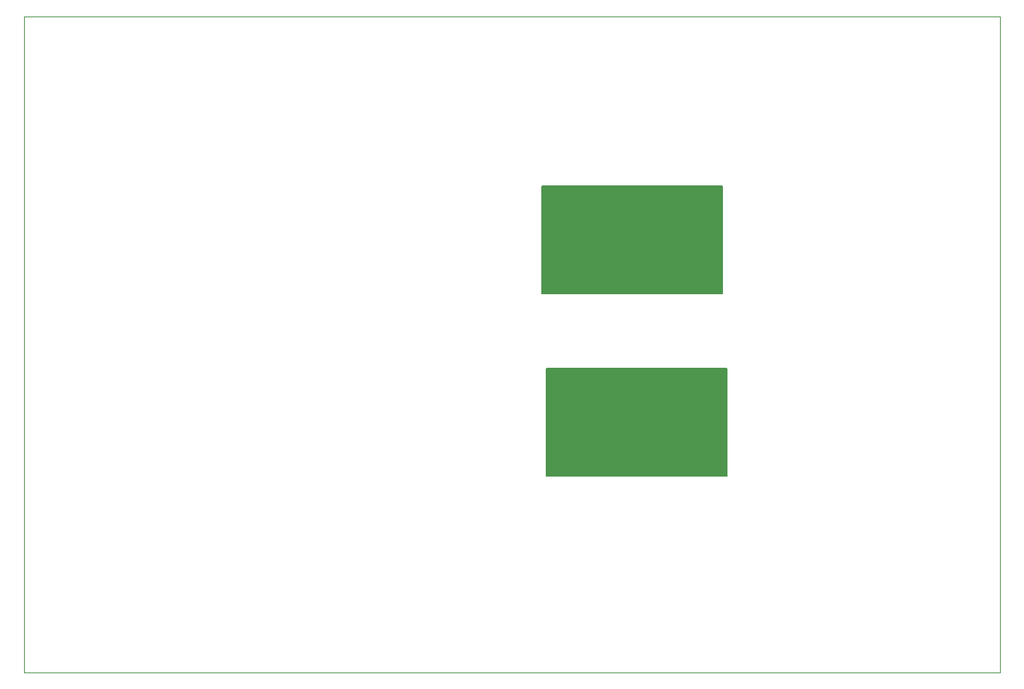
<source format=gbr>
%FSLAX34Y34*%
%MOMM*%
%LNOUTLINE*%
G71*
G01*
%ADD10C,0.000*%
%ADD11C,0.150*%
%LPD*%
G54D10*
X0Y740000D02*
X1100000Y740000D01*
X1100000Y0D01*
X0Y0D01*
X0Y740000D01*
G36*
X787138Y548538D02*
X787138Y427888D01*
X583938Y427888D01*
X583938Y548538D01*
X787138Y548538D01*
G37*
G54D11*
X787138Y548538D02*
X787138Y427888D01*
X583938Y427888D01*
X583938Y548538D01*
X787138Y548538D01*
G36*
X791804Y342688D02*
X791804Y222038D01*
X588604Y222038D01*
X588604Y342688D01*
X791804Y342688D01*
G37*
G54D11*
X791804Y342688D02*
X791804Y222038D01*
X588604Y222038D01*
X588604Y342688D01*
X791804Y342688D01*
G54D11*
X588604Y342688D02*
X791804Y342688D01*
X791804Y222038D01*
X588604Y222038D01*
X588604Y342688D01*
M02*

</source>
